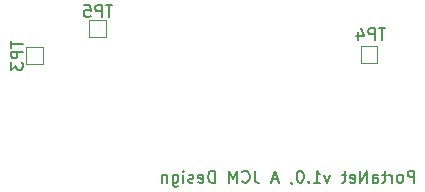
<source format=gbr>
G04 #@! TF.GenerationSoftware,KiCad,Pcbnew,6.0.2+dfsg-1*
G04 #@! TF.CreationDate,2022-03-12T18:16:22-05:00*
G04 #@! TF.ProjectId,PortaNet,506f7274-614e-4657-942e-6b696361645f,rev?*
G04 #@! TF.SameCoordinates,Original*
G04 #@! TF.FileFunction,Legend,Bot*
G04 #@! TF.FilePolarity,Positive*
%FSLAX46Y46*%
G04 Gerber Fmt 4.6, Leading zero omitted, Abs format (unit mm)*
G04 Created by KiCad (PCBNEW 6.0.2+dfsg-1) date 2022-03-12 18:16:22*
%MOMM*%
%LPD*%
G01*
G04 APERTURE LIST*
%ADD10C,0.150000*%
%ADD11C,0.120000*%
G04 APERTURE END LIST*
D10*
X167662476Y-78684380D02*
X167662476Y-77684380D01*
X167281523Y-77684380D01*
X167186285Y-77732000D01*
X167138666Y-77779619D01*
X167091047Y-77874857D01*
X167091047Y-78017714D01*
X167138666Y-78112952D01*
X167186285Y-78160571D01*
X167281523Y-78208190D01*
X167662476Y-78208190D01*
X166519619Y-78684380D02*
X166614857Y-78636761D01*
X166662476Y-78589142D01*
X166710095Y-78493904D01*
X166710095Y-78208190D01*
X166662476Y-78112952D01*
X166614857Y-78065333D01*
X166519619Y-78017714D01*
X166376761Y-78017714D01*
X166281523Y-78065333D01*
X166233904Y-78112952D01*
X166186285Y-78208190D01*
X166186285Y-78493904D01*
X166233904Y-78589142D01*
X166281523Y-78636761D01*
X166376761Y-78684380D01*
X166519619Y-78684380D01*
X165757714Y-78684380D02*
X165757714Y-78017714D01*
X165757714Y-78208190D02*
X165710095Y-78112952D01*
X165662476Y-78065333D01*
X165567238Y-78017714D01*
X165472000Y-78017714D01*
X165281523Y-78017714D02*
X164900571Y-78017714D01*
X165138666Y-77684380D02*
X165138666Y-78541523D01*
X165091047Y-78636761D01*
X164995809Y-78684380D01*
X164900571Y-78684380D01*
X164138666Y-78684380D02*
X164138666Y-78160571D01*
X164186285Y-78065333D01*
X164281523Y-78017714D01*
X164472000Y-78017714D01*
X164567238Y-78065333D01*
X164138666Y-78636761D02*
X164233904Y-78684380D01*
X164472000Y-78684380D01*
X164567238Y-78636761D01*
X164614857Y-78541523D01*
X164614857Y-78446285D01*
X164567238Y-78351047D01*
X164472000Y-78303428D01*
X164233904Y-78303428D01*
X164138666Y-78255809D01*
X163662476Y-78684380D02*
X163662476Y-77684380D01*
X163091047Y-78684380D01*
X163091047Y-77684380D01*
X162233904Y-78636761D02*
X162329142Y-78684380D01*
X162519619Y-78684380D01*
X162614857Y-78636761D01*
X162662476Y-78541523D01*
X162662476Y-78160571D01*
X162614857Y-78065333D01*
X162519619Y-78017714D01*
X162329142Y-78017714D01*
X162233904Y-78065333D01*
X162186285Y-78160571D01*
X162186285Y-78255809D01*
X162662476Y-78351047D01*
X161900571Y-78017714D02*
X161519619Y-78017714D01*
X161757714Y-77684380D02*
X161757714Y-78541523D01*
X161710095Y-78636761D01*
X161614857Y-78684380D01*
X161519619Y-78684380D01*
X160519619Y-78017714D02*
X160281523Y-78684380D01*
X160043428Y-78017714D01*
X159138666Y-78684380D02*
X159710095Y-78684380D01*
X159424380Y-78684380D02*
X159424380Y-77684380D01*
X159519619Y-77827238D01*
X159614857Y-77922476D01*
X159710095Y-77970095D01*
X158710095Y-78589142D02*
X158662476Y-78636761D01*
X158710095Y-78684380D01*
X158757714Y-78636761D01*
X158710095Y-78589142D01*
X158710095Y-78684380D01*
X158043428Y-77684380D02*
X157948190Y-77684380D01*
X157852952Y-77732000D01*
X157805333Y-77779619D01*
X157757714Y-77874857D01*
X157710095Y-78065333D01*
X157710095Y-78303428D01*
X157757714Y-78493904D01*
X157805333Y-78589142D01*
X157852952Y-78636761D01*
X157948190Y-78684380D01*
X158043428Y-78684380D01*
X158138666Y-78636761D01*
X158186285Y-78589142D01*
X158233904Y-78493904D01*
X158281523Y-78303428D01*
X158281523Y-78065333D01*
X158233904Y-77874857D01*
X158186285Y-77779619D01*
X158138666Y-77732000D01*
X158043428Y-77684380D01*
X157233904Y-78636761D02*
X157233904Y-78684380D01*
X157281523Y-78779619D01*
X157329142Y-78827238D01*
X156091047Y-78398666D02*
X155614857Y-78398666D01*
X156186285Y-78684380D02*
X155852952Y-77684380D01*
X155519619Y-78684380D01*
X154138666Y-77684380D02*
X154138666Y-78398666D01*
X154186285Y-78541523D01*
X154281523Y-78636761D01*
X154424380Y-78684380D01*
X154519619Y-78684380D01*
X153091047Y-78589142D02*
X153138666Y-78636761D01*
X153281523Y-78684380D01*
X153376761Y-78684380D01*
X153519619Y-78636761D01*
X153614857Y-78541523D01*
X153662476Y-78446285D01*
X153710095Y-78255809D01*
X153710095Y-78112952D01*
X153662476Y-77922476D01*
X153614857Y-77827238D01*
X153519619Y-77732000D01*
X153376761Y-77684380D01*
X153281523Y-77684380D01*
X153138666Y-77732000D01*
X153091047Y-77779619D01*
X152662476Y-78684380D02*
X152662476Y-77684380D01*
X152329142Y-78398666D01*
X151995809Y-77684380D01*
X151995809Y-78684380D01*
X150757714Y-78684380D02*
X150757714Y-77684380D01*
X150519619Y-77684380D01*
X150376761Y-77732000D01*
X150281523Y-77827238D01*
X150233904Y-77922476D01*
X150186285Y-78112952D01*
X150186285Y-78255809D01*
X150233904Y-78446285D01*
X150281523Y-78541523D01*
X150376761Y-78636761D01*
X150519619Y-78684380D01*
X150757714Y-78684380D01*
X149376761Y-78636761D02*
X149472000Y-78684380D01*
X149662476Y-78684380D01*
X149757714Y-78636761D01*
X149805333Y-78541523D01*
X149805333Y-78160571D01*
X149757714Y-78065333D01*
X149662476Y-78017714D01*
X149472000Y-78017714D01*
X149376761Y-78065333D01*
X149329142Y-78160571D01*
X149329142Y-78255809D01*
X149805333Y-78351047D01*
X148948190Y-78636761D02*
X148852952Y-78684380D01*
X148662476Y-78684380D01*
X148567238Y-78636761D01*
X148519619Y-78541523D01*
X148519619Y-78493904D01*
X148567238Y-78398666D01*
X148662476Y-78351047D01*
X148805333Y-78351047D01*
X148900571Y-78303428D01*
X148948190Y-78208190D01*
X148948190Y-78160571D01*
X148900571Y-78065333D01*
X148805333Y-78017714D01*
X148662476Y-78017714D01*
X148567238Y-78065333D01*
X148091047Y-78684380D02*
X148091047Y-78017714D01*
X148091047Y-77684380D02*
X148138666Y-77732000D01*
X148091047Y-77779619D01*
X148043428Y-77732000D01*
X148091047Y-77684380D01*
X148091047Y-77779619D01*
X147186285Y-78017714D02*
X147186285Y-78827238D01*
X147233904Y-78922476D01*
X147281523Y-78970095D01*
X147376761Y-79017714D01*
X147519619Y-79017714D01*
X147614857Y-78970095D01*
X147186285Y-78636761D02*
X147281523Y-78684380D01*
X147472000Y-78684380D01*
X147567238Y-78636761D01*
X147614857Y-78589142D01*
X147662476Y-78493904D01*
X147662476Y-78208190D01*
X147614857Y-78112952D01*
X147567238Y-78065333D01*
X147472000Y-78017714D01*
X147281523Y-78017714D01*
X147186285Y-78065333D01*
X146710095Y-78017714D02*
X146710095Y-78684380D01*
X146710095Y-78112952D02*
X146662476Y-78065333D01*
X146567238Y-78017714D01*
X146424380Y-78017714D01*
X146329142Y-78065333D01*
X146281523Y-78160571D01*
X146281523Y-78684380D01*
X133513380Y-66683095D02*
X133513380Y-67254523D01*
X134513380Y-66968809D02*
X133513380Y-66968809D01*
X134513380Y-67587857D02*
X133513380Y-67587857D01*
X133513380Y-67968809D01*
X133561000Y-68064047D01*
X133608619Y-68111666D01*
X133703857Y-68159285D01*
X133846714Y-68159285D01*
X133941952Y-68111666D01*
X133989571Y-68064047D01*
X134037190Y-67968809D01*
X134037190Y-67587857D01*
X133513380Y-68492619D02*
X133513380Y-69111666D01*
X133894333Y-68778333D01*
X133894333Y-68921190D01*
X133941952Y-69016428D01*
X133989571Y-69064047D01*
X134084809Y-69111666D01*
X134322904Y-69111666D01*
X134418142Y-69064047D01*
X134465761Y-69016428D01*
X134513380Y-68921190D01*
X134513380Y-68635476D01*
X134465761Y-68540238D01*
X134418142Y-68492619D01*
X165218904Y-65619380D02*
X164647476Y-65619380D01*
X164933190Y-66619380D02*
X164933190Y-65619380D01*
X164314142Y-66619380D02*
X164314142Y-65619380D01*
X163933190Y-65619380D01*
X163837952Y-65667000D01*
X163790333Y-65714619D01*
X163742714Y-65809857D01*
X163742714Y-65952714D01*
X163790333Y-66047952D01*
X163837952Y-66095571D01*
X163933190Y-66143190D01*
X164314142Y-66143190D01*
X162885571Y-65952714D02*
X162885571Y-66619380D01*
X163123666Y-65571761D02*
X163361761Y-66286047D01*
X162742714Y-66286047D01*
X142104904Y-63663380D02*
X141533476Y-63663380D01*
X141819190Y-64663380D02*
X141819190Y-63663380D01*
X141200142Y-64663380D02*
X141200142Y-63663380D01*
X140819190Y-63663380D01*
X140723952Y-63711000D01*
X140676333Y-63758619D01*
X140628714Y-63853857D01*
X140628714Y-63996714D01*
X140676333Y-64091952D01*
X140723952Y-64139571D01*
X140819190Y-64187190D01*
X141200142Y-64187190D01*
X139723952Y-63663380D02*
X140200142Y-63663380D01*
X140247761Y-64139571D01*
X140200142Y-64091952D01*
X140104904Y-64044333D01*
X139866809Y-64044333D01*
X139771571Y-64091952D01*
X139723952Y-64139571D01*
X139676333Y-64234809D01*
X139676333Y-64472904D01*
X139723952Y-64568142D01*
X139771571Y-64615761D01*
X139866809Y-64663380D01*
X140104904Y-64663380D01*
X140200142Y-64615761D01*
X140247761Y-64568142D01*
D11*
X134809000Y-68645000D02*
X136209000Y-68645000D01*
X136209000Y-67245000D02*
X134809000Y-67245000D01*
X136209000Y-68645000D02*
X136209000Y-67245000D01*
X134809000Y-67245000D02*
X134809000Y-68645000D01*
X164530000Y-67118000D02*
X163130000Y-67118000D01*
X163130000Y-68518000D02*
X164530000Y-68518000D01*
X163130000Y-67118000D02*
X163130000Y-68518000D01*
X164530000Y-68518000D02*
X164530000Y-67118000D01*
X140143000Y-64959000D02*
X140143000Y-66359000D01*
X141543000Y-66359000D02*
X141543000Y-64959000D01*
X141543000Y-64959000D02*
X140143000Y-64959000D01*
X140143000Y-66359000D02*
X141543000Y-66359000D01*
M02*

</source>
